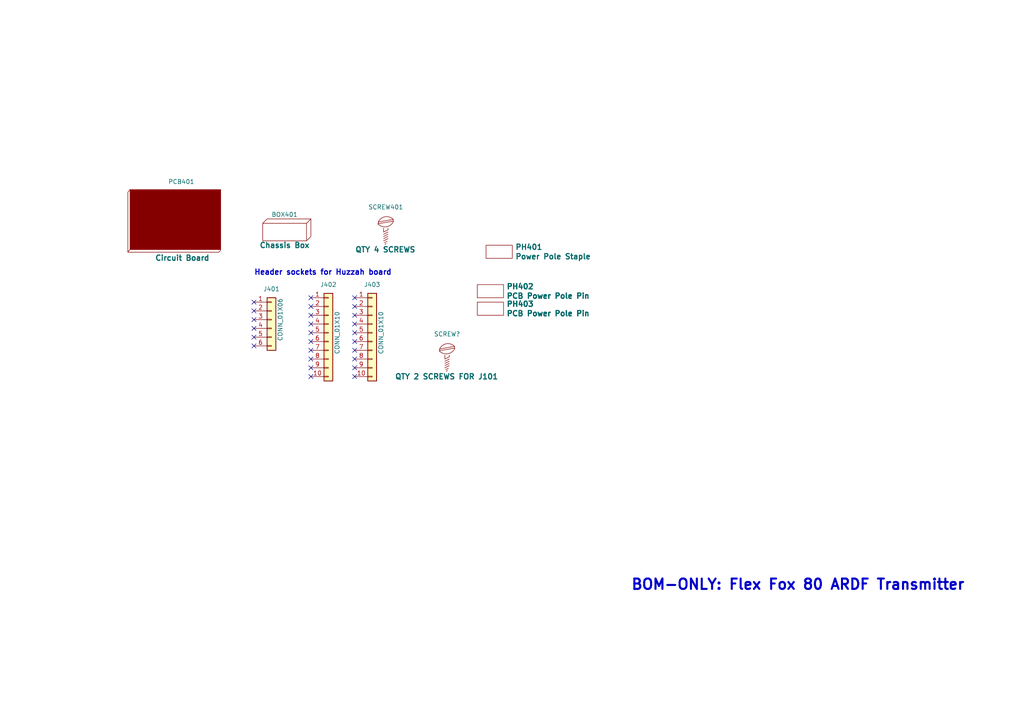
<source format=kicad_sch>
(kicad_sch (version 20211123) (generator eeschema)
  (paper "A4")
  (title_block (title "ARDF 2-Band Mini Transmitter") (date "2020-10-16") (rev "P2.1"))
  (lib_symbols
    (symbol "Connector_Generic:Conn_01x06" (pin_names (offset 1.016) hide)
      (property "Reference" "J" (at 0 7.62 0))
      (property "Value" "Conn_01x06" (at 0 -10.16 0))
      (symbol "Conn_01x06_1_1"
        (rectangle (start -1.27 -7.493) (end 0 -7.747) (stroke (width 0.1524)))
        (rectangle (start -1.27 -4.953) (end 0 -5.207) (stroke (width 0.1524)))
        (rectangle (start -1.27 -2.413) (end 0 -2.667) (stroke (width 0.1524)))
        (rectangle (start -1.27 0.127) (end 0 -0.127) (stroke (width 0.1524)))
        (rectangle (start -1.27 2.667) (end 0 2.413) (stroke (width 0.1524)))
        (rectangle (start -1.27 5.207) (end 0 4.953) (stroke (width 0.1524)))
        (rectangle (start -1.27 6.35) (end 1.27 -8.89) (stroke (width 0.254)) (fill (type background)))
        (pin passive line (at -5.08 5.08 0) (length 3.81) (name "Pin_1") (number "1"))
        (pin passive line (at -5.08 2.54 0) (length 3.81) (name "Pin_2") (number "2"))
        (pin passive line (at -5.08 0 0) (length 3.81) (name "Pin_3") (number "3"))
        (pin passive line (at -5.08 -2.54 0) (length 3.81) (name "Pin_4") (number "4"))
        (pin passive line (at -5.08 -5.08 0) (length 3.81) (name "Pin_5") (number "5"))
        (pin passive line (at -5.08 -7.62 0) (length 3.81) (name "Pin_6") (number "6"))
      )
    )
    (symbol "Connector_Generic:Conn_01x10" (pin_names (offset 1.016) hide)
      (property "Reference" "J" (at 0 12.7 0))
      (property "Value" "Conn_01x10" (at 0 -15.24 0))
      (symbol "Conn_01x10_1_1"
        (rectangle (start -1.27 -12.573) (end 0 -12.827) (stroke (width 0.1524)))
        (rectangle (start -1.27 -10.033) (end 0 -10.287) (stroke (width 0.1524)))
        (rectangle (start -1.27 -7.493) (end 0 -7.747) (stroke (width 0.1524)))
        (rectangle (start -1.27 -4.953) (end 0 -5.207) (stroke (width 0.1524)))
        (rectangle (start -1.27 -2.413) (end 0 -2.667) (stroke (width 0.1524)))
        (rectangle (start -1.27 0.127) (end 0 -0.127) (stroke (width 0.1524)))
        (rectangle (start -1.27 2.667) (end 0 2.413) (stroke (width 0.1524)))
        (rectangle (start -1.27 5.207) (end 0 4.953) (stroke (width 0.1524)))
        (rectangle (start -1.27 7.747) (end 0 7.493) (stroke (width 0.1524)))
        (rectangle (start -1.27 10.287) (end 0 10.033) (stroke (width 0.1524)))
        (rectangle (start -1.27 11.43) (end 1.27 -13.97) (stroke (width 0.254)) (fill (type background)))
        (pin passive line (at -5.08 10.16 0) (length 3.81) (name "Pin_1") (number "1"))
        (pin passive line (at -5.08 -12.7 0) (length 3.81) (name "Pin_10") (number "10"))
        (pin passive line (at -5.08 7.62 0) (length 3.81) (name "Pin_2") (number "2"))
        (pin passive line (at -5.08 5.08 0) (length 3.81) (name "Pin_3") (number "3"))
        (pin passive line (at -5.08 2.54 0) (length 3.81) (name "Pin_4") (number "4"))
        (pin passive line (at -5.08 0 0) (length 3.81) (name "Pin_5") (number "5"))
        (pin passive line (at -5.08 -2.54 0) (length 3.81) (name "Pin_6") (number "6"))
        (pin passive line (at -5.08 -5.08 0) (length 3.81) (name "Pin_7") (number "7"))
        (pin passive line (at -5.08 -7.62 0) (length 3.81) (name "Pin_8") (number "8"))
        (pin passive line (at -5.08 -10.16 0) (length 3.81) (name "Pin_9") (number "9"))
      )
    )
    (symbol "FlexFox80-rescue:PinlessHardware-Device" (pin_names (offset 1.016))
      (property "Reference" "PH" (at 0 2.54 0))
      (property "Value" "PinlessHardware-Device" (at 0 0 0))
      (symbol "PinlessHardware-Device_0_1"
        (rectangle (start -3.81 5.08) (end 3.81 1.27))
      )
    )
    (symbol "special:CHASSIS_BOX" (pin_numbers hide) (pin_names (offset 0) hide)
      (property "Reference" "BOX" (at 0 7.62 0))
      (property "Value" "CHASSIS_BOX" (at 0 -1.27 0))
      (symbol "CHASSIS_BOX_0_1"
        (polyline (pts (xy -6.35 5.08) (xy -5.08 6.35) (xy 7.62 6.35)))
        (polyline (pts (xy 6.35 0) (xy 7.62 1.27) (xy 7.62 6.35) (xy 6.35 5.08)))
        (polyline (pts (xy -6.35 5.08) (xy -6.35 0) (xy 5.08 0) (xy 6.35 0) (xy 6.35 5.08) (xy -6.35 5.08)))
      )
    )
    (symbol "special:Circuit_Board" (pin_numbers hide) (pin_names (offset 0.254) hide)
      (property "Reference" "PCB" (at -2.032 10.795 0))
      (property "Value" "Circuit_Board" (at -5.969 -11.303 0))
      (symbol "Circuit_Board_0_1"
        (rectangle (start -13.081 -8.89) (end 13.208 8.509) (fill (type outline)))
        (polyline (pts (xy -13.716 -9.525) (xy -13.081 -8.89)))
        (polyline (pts (xy -13.081 8.509) (xy -13.716 7.747) (xy -13.716 -9.652) (xy 12.7 -9.652) (xy 13.208 -9.017)))
      )
    )
    (symbol "special:SCREW" (pin_numbers hide) (pin_names (offset 0) hide)
      (property "Reference" "SCREW" (at 0.127 7.239 0))
      (property "Value" "SCREW" (at 0 -5.08 0))
      (symbol "SCREW_0_1"
        (arc (start -2.159 2.413) (mid 0.3283 1.538) (end 2.413 3.175))
        (polyline (pts (xy -2.159 2.413) (xy 2.286 3.175)))
        (polyline (pts (xy -2.032 2.921) (xy -2.032 2.54)))
        (polyline (pts (xy -2.032 2.921) (xy 2.286 3.683)))
        (polyline (pts (xy -0.508 -2.54) (xy 0.762 -1.905)))
        (polyline (pts (xy -0.508 -1.905) (xy 0.762 -1.27)))
        (polyline (pts (xy -0.508 -1.27) (xy 0.762 -0.635)))
        (polyline (pts (xy -0.254 -3.048) (xy 0.508 -2.667)))
        (polyline (pts (xy -0.127 -3.556) (xy 0.254 -3.302)))
        (polyline (pts (xy 0.762 0) (xy -0.508 -0.635)))
        (polyline (pts (xy 2.286 3.302) (xy 2.286 3.683)))
        (polyline (pts (xy 0.762 1.143) (xy 0.762 0.635) (xy -0.508 0) (xy -0.508 1.143)))
        (arc (start 2.286 3.683) (mid -0.0788 4.4325) (end -2.032 2.921))
      )
    )
  )
  (no_connect (at 102.87 106.68))
  (no_connect (at 102.87 88.9))
  (no_connect (at 90.17 93.98))
  (no_connect (at 102.87 109.22))
  (no_connect (at 90.17 101.6))
  (no_connect (at 73.66 92.71))
  (no_connect (at 90.17 99.06))
  (no_connect (at 73.66 87.63))
  (no_connect (at 73.66 90.17))
  (no_connect (at 102.87 91.44))
  (no_connect (at 102.87 99.06))
  (no_connect (at 90.17 109.22))
  (no_connect (at 102.87 96.52))
  (no_connect (at 73.66 97.79))
  (no_connect (at 102.87 93.98))
  (no_connect (at 90.17 91.44))
  (no_connect (at 102.87 86.36))
  (no_connect (at 90.17 88.9))
  (no_connect (at 90.17 86.36))
  (no_connect (at 90.17 104.14))
  (no_connect (at 73.66 100.33))
  (no_connect (at 73.66 95.25))
  (no_connect (at 102.87 104.14))
  (no_connect (at 102.87 101.6))
  (no_connect (at 90.17 96.52))
  (no_connect (at 90.17 106.68))
  (text "Header sockets for Huzzah board" (at 73.66 80.01 0) (effects (font (size 1.5494 1.5494) (thickness 0.3099) bold) (justify left bottom)))
  (text "BOM-ONLY: Flex Fox 80 ARDF Transmitter" (at 182.88 171.45 0) (effects (font (size 2.9972 2.9972) (thickness 0.5994) bold) (justify left bottom)))
  (symbol (lib_id "special:CHASSIS_BOX") (at 82.55 69.85 0) (unit 1)
    (property "Reference" "BOX401" (at 82.55 62.23 0))
    (property "Value" "Chassis Box" (at 82.55 71.12 0) (effects (font (size 1.5494 1.5494) bold)))
    (property "Footprint" "Oddities:Dummy_Empty" (effects hide))
    (property "Part No." "HM1796-ND" (effects hide))
    (property "Link" "<a href=\"https://www.digikey.com/products/en?keywords=1554F2GYCL\">Link</a>" (effects hide))
  )
  (symbol (lib_id "special:SCREW") (at 111.76 67.31 0) (unit 1)
    (property "Reference" "SCREW401" (at 111.887 60.071 0))
    (property "Value" "QTY 4 SCREWS" (at 111.76 72.39 0) (effects (font (size 1.5494 1.5494) bold)))
    (property "Footprint" "Oddities:Dummy_Empty" (effects hide))
    (property "Part No." "H742-ND" (effects hide))
    (property "Link" "<a href=\"https://www.digikey.com/products/en/hardware-fasteners-accessories/screws-bolts/572?k=H742-ND\">Link</a>" (effects hide))
    (property "Description" "PCB retaining screws" (effects hide))
  )
  (symbol (lib_id "special:Circuit_Board") (at 50.8 63.5 0) (unit 1)
    (property "Reference" "PCB401" (at 48.768 52.705 0) (effects (justify left)))
    (property "Value" "Circuit Board" (at 44.831 74.803 0) (effects (font (size 1.5494 1.5494) bold) (justify left)))
    (property "Footprint" "Oddities:Dummy_Empty" (effects hide))
    (property "Part No." "OSH Park PCB" (effects hide))
    (property "Link" "<a href=\"https://oshpark.com/shared_projects/sZ495SMd\">Link</a>" (effects hide))
  )
  (symbol (lib_id "Connector_Generic:Conn_01x06") (at 78.74 92.71 0) (unit 1)
    (property "Reference" "J401" (at 78.74 83.82 0))
    (property "Value" "CONN_01X06" (at 81.28 92.71 90))
    (property "Footprint" "Oddities:Dummy_Empty" (effects hide))
    (property "Digi-Key Part No." "S5637-ND" (effects hide))
    (property "Link" "<a href=\"https://www.digikey.com/product-detail/en/sullins-connector-solutions/NPPC061KFXC-RC/S5637-ND/776096\">Link</a>" (effects hide))
    (property "Manufacturer" "Sullins Connector Solutions" (effects hide))
    (property "Manufacturer PN" "NPPC061KFXC-RC" (effects hide))
    (property "Description" "CONN HDR 6POS 0.1 GOLD SMD" (effects hide))
  )
  (symbol (lib_id "Connector_Generic:Conn_01x10") (at 95.25 96.52 0) (unit 1)
    (property "Reference" "J402" (at 95.25 82.55 0))
    (property "Value" "CONN_01X10" (at 97.79 96.52 90))
    (property "Footprint" "Oddities:Dummy_Empty" (effects hide))
    (property "Digi-Key Part No." "S5641-ND" (effects hide))
    (property "Link" "<a href=\"https://www.digikey.com/product-detail/en/sullins-connector-solutions/NPPC101KFXC-RC/S5641-ND/776100\">Link</a>" (effects hide))
    (property "Manufacturer" "Sullins Connector Solutions" (effects hide))
    (property "Manufacturer PN" "NPPC101KFXC-RC" (effects hide))
    (property "Description" "CONN HDR 10POS 0.1 GOLD SMD" (effects hide))
  )
  (symbol (lib_id "FlexFox80-rescue:PinlessHardware-Device") (at 144.78 76.2 0) (unit 1)
    (property "Reference" "PH401" (at 149.3012 71.6534 0) (effects (font (size 1.5494 1.5494) bold) (justify left)))
    (property "Value" "Power Pole Staple" (at 149.3012 74.3966 0) (effects (font (size 1.5494 1.5494) bold) (justify left)))
    (property "Footprint" "Oddities:Dummy_Empty" (effects hide))
    (property "Part No." "2243-114555P2-ND" (effects hide))
    (property "Link" "<a href=\"https://www.digikey.com/products/en?keywords=2243-114555P2-ND\">Link</a>" (effects hide))
    (property "Manufacturer" "TH" (effects hide))
    (property "Manufacturer PN" "TH" (effects hide))
    (property "Description" "TH" (effects hide))
  )
  (symbol (lib_id "Connector_Generic:Conn_01x10") (at 107.95 96.52 0) (unit 1)
    (property "Reference" "J403" (at 107.95 82.55 0))
    (property "Value" "CONN_01X10" (at 110.49 96.52 90))
    (property "Footprint" "Oddities:Dummy_Empty" (effects hide))
    (property "Digi-Key Part No." "S5641-ND" (effects hide))
    (property "Link" "<a href=\"https://www.digikey.com/product-detail/en/sullins-connector-solutions/NPPC101KFXC-RC/S5641-ND/776100\">Link</a>" (effects hide))
    (property "Manufacturer" "Sullins Connector Solutions" (effects hide))
    (property "Manufacturer PN" "NPPC101KFXC-RC" (effects hide))
    (property "Description" "CONN HDR 10POS 0.1 GOLD SMD" (effects hide))
  )
  (symbol (lib_id "special:SCREW") (at 129.54 104.14 0) (unit 1)
    (property "Reference" "SCREW?" (at 129.667 96.901 0))
    (property "Value" "QTY 2 SCREWS FOR J101" (at 129.54 109.22 0) (effects (font (size 1.5494 1.5494) bold)))
    (property "Footprint" "Oddities:Dummy_Empty" (effects hide))
    (property "Description" "2mm x 0.4mm x 6mm Phillips pan head" (effects hide))
  )
  (symbol (lib_id "FlexFox80-rescue:PinlessHardware-Device") (at 142.24 87.63 0) (unit 1)
    (property "Reference" "PH402" (at 146.7612 83.0834 0) (effects (font (size 1.5494 1.5494) bold) (justify left)))
    (property "Value" "PCB Power Pole Pin" (at 146.7612 85.8266 0) (effects (font (size 1.5494 1.5494) bold) (justify left)))
    (property "Footprint" "Oddities:Dummy_Empty" (effects hide))
    (property "Part No." "2243-114555P2-ND" (effects hide))
    (property "Link" "<a href=\"https://www.digikey.com/products/en?keywords=2243-1377G2-BK-ND\">Link</a>" (effects hide))
    (property "Manufacturer" "Anderson Power Products, Inc." (effects hide))
    (property "Manufacturer PN" "1377G2-BK" (effects hide))
    (property "Description" "RIGHT ANGLE PCB CONT .40/1.295 B" (effects hide))
    (property "Digi-Key Part No." "2243-1377G2-BK-ND" (effects hide))
  )
  (symbol (lib_id "FlexFox80-rescue:PinlessHardware-Device") (at 142.24 92.71 0) (unit 1)
    (property "Reference" "PH403" (at 146.7612 88.1634 0) (effects (font (size 1.5494 1.5494) bold) (justify left)))
    (property "Value" "PCB Power Pole Pin" (at 146.7612 90.9066 0) (effects (font (size 1.5494 1.5494) bold) (justify left)))
    (property "Footprint" "Oddities:Dummy_Empty" (effects hide))
    (property "Part No." "2243-114555P2-ND" (effects hide))
    (property "Link" "<a href=\"https://www.digikey.com/products/en?keywords=2243-1377G2-BK-ND\">Link</a>" (effects hide))
    (property "Manufacturer" "Anderson Power Products, Inc." (effects hide))
    (property "Manufacturer PN" "1377G2-BK" (effects hide))
    (property "Description" "RIGHT ANGLE PCB CONT .40/1.295 B" (effects hide))
    (property "Digi-Key Part No." "2243-1377G2-BK-ND" (effects hide))
  )
)
</source>
